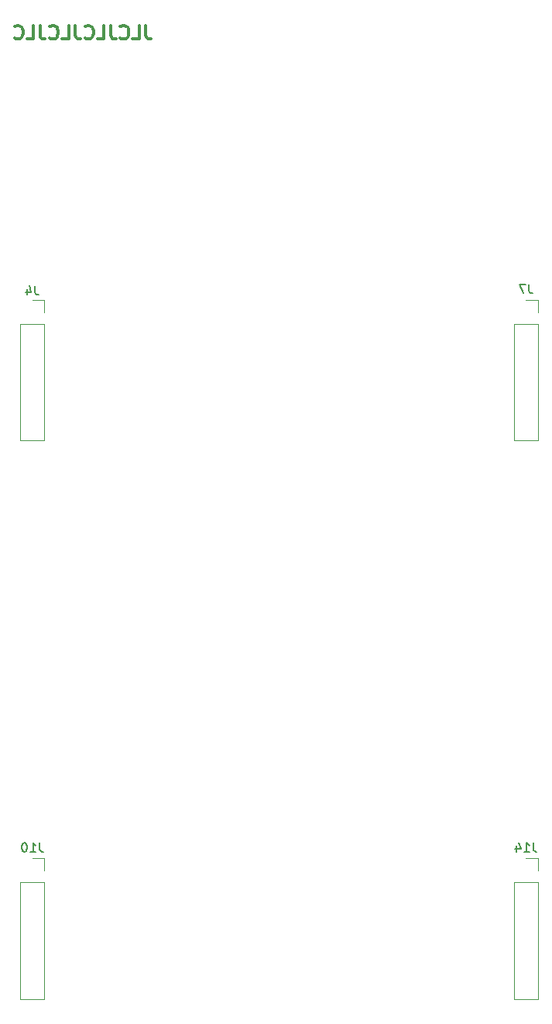
<source format=gbo>
G04 #@! TF.GenerationSoftware,KiCad,Pcbnew,9.0.4-9.0.4-0~ubuntu22.04.1*
G04 #@! TF.CreationDate,2025-10-28T22:45:50+00:00*
G04 #@! TF.ProjectId,MS20-VCF,4d533230-2d56-4434-962e-6b696361645f,rev?*
G04 #@! TF.SameCoordinates,Original*
G04 #@! TF.FileFunction,Legend,Bot*
G04 #@! TF.FilePolarity,Positive*
%FSLAX46Y46*%
G04 Gerber Fmt 4.6, Leading zero omitted, Abs format (unit mm)*
G04 Created by KiCad (PCBNEW 9.0.4-9.0.4-0~ubuntu22.04.1) date 2025-10-28 22:45:50*
%MOMM*%
%LPD*%
G01*
G04 APERTURE LIST*
%ADD10C,0.300000*%
%ADD11C,0.150000*%
%ADD12C,0.120000*%
%ADD13C,4.000000*%
%ADD14C,1.800000*%
%ADD15C,1.600000*%
%ADD16O,1.600000X1.600000*%
%ADD17O,3.700000X2.400000*%
%ADD18R,1.930000X1.830000*%
%ADD19C,2.130000*%
%ADD20R,1.700000X1.700000*%
%ADD21O,1.700000X1.700000*%
G04 APERTURE END LIST*
D10*
X110428571Y-37678328D02*
X110428571Y-38749757D01*
X110428571Y-38749757D02*
X110500000Y-38964042D01*
X110500000Y-38964042D02*
X110642857Y-39106900D01*
X110642857Y-39106900D02*
X110857143Y-39178328D01*
X110857143Y-39178328D02*
X111000000Y-39178328D01*
X109000000Y-39178328D02*
X109714286Y-39178328D01*
X109714286Y-39178328D02*
X109714286Y-37678328D01*
X107642857Y-39035471D02*
X107714285Y-39106900D01*
X107714285Y-39106900D02*
X107928571Y-39178328D01*
X107928571Y-39178328D02*
X108071428Y-39178328D01*
X108071428Y-39178328D02*
X108285714Y-39106900D01*
X108285714Y-39106900D02*
X108428571Y-38964042D01*
X108428571Y-38964042D02*
X108500000Y-38821185D01*
X108500000Y-38821185D02*
X108571428Y-38535471D01*
X108571428Y-38535471D02*
X108571428Y-38321185D01*
X108571428Y-38321185D02*
X108500000Y-38035471D01*
X108500000Y-38035471D02*
X108428571Y-37892614D01*
X108428571Y-37892614D02*
X108285714Y-37749757D01*
X108285714Y-37749757D02*
X108071428Y-37678328D01*
X108071428Y-37678328D02*
X107928571Y-37678328D01*
X107928571Y-37678328D02*
X107714285Y-37749757D01*
X107714285Y-37749757D02*
X107642857Y-37821185D01*
X106571428Y-37678328D02*
X106571428Y-38749757D01*
X106571428Y-38749757D02*
X106642857Y-38964042D01*
X106642857Y-38964042D02*
X106785714Y-39106900D01*
X106785714Y-39106900D02*
X107000000Y-39178328D01*
X107000000Y-39178328D02*
X107142857Y-39178328D01*
X105142857Y-39178328D02*
X105857143Y-39178328D01*
X105857143Y-39178328D02*
X105857143Y-37678328D01*
X103785714Y-39035471D02*
X103857142Y-39106900D01*
X103857142Y-39106900D02*
X104071428Y-39178328D01*
X104071428Y-39178328D02*
X104214285Y-39178328D01*
X104214285Y-39178328D02*
X104428571Y-39106900D01*
X104428571Y-39106900D02*
X104571428Y-38964042D01*
X104571428Y-38964042D02*
X104642857Y-38821185D01*
X104642857Y-38821185D02*
X104714285Y-38535471D01*
X104714285Y-38535471D02*
X104714285Y-38321185D01*
X104714285Y-38321185D02*
X104642857Y-38035471D01*
X104642857Y-38035471D02*
X104571428Y-37892614D01*
X104571428Y-37892614D02*
X104428571Y-37749757D01*
X104428571Y-37749757D02*
X104214285Y-37678328D01*
X104214285Y-37678328D02*
X104071428Y-37678328D01*
X104071428Y-37678328D02*
X103857142Y-37749757D01*
X103857142Y-37749757D02*
X103785714Y-37821185D01*
X102714285Y-37678328D02*
X102714285Y-38749757D01*
X102714285Y-38749757D02*
X102785714Y-38964042D01*
X102785714Y-38964042D02*
X102928571Y-39106900D01*
X102928571Y-39106900D02*
X103142857Y-39178328D01*
X103142857Y-39178328D02*
X103285714Y-39178328D01*
X101285714Y-39178328D02*
X102000000Y-39178328D01*
X102000000Y-39178328D02*
X102000000Y-37678328D01*
X99928571Y-39035471D02*
X99999999Y-39106900D01*
X99999999Y-39106900D02*
X100214285Y-39178328D01*
X100214285Y-39178328D02*
X100357142Y-39178328D01*
X100357142Y-39178328D02*
X100571428Y-39106900D01*
X100571428Y-39106900D02*
X100714285Y-38964042D01*
X100714285Y-38964042D02*
X100785714Y-38821185D01*
X100785714Y-38821185D02*
X100857142Y-38535471D01*
X100857142Y-38535471D02*
X100857142Y-38321185D01*
X100857142Y-38321185D02*
X100785714Y-38035471D01*
X100785714Y-38035471D02*
X100714285Y-37892614D01*
X100714285Y-37892614D02*
X100571428Y-37749757D01*
X100571428Y-37749757D02*
X100357142Y-37678328D01*
X100357142Y-37678328D02*
X100214285Y-37678328D01*
X100214285Y-37678328D02*
X99999999Y-37749757D01*
X99999999Y-37749757D02*
X99928571Y-37821185D01*
X98857142Y-37678328D02*
X98857142Y-38749757D01*
X98857142Y-38749757D02*
X98928571Y-38964042D01*
X98928571Y-38964042D02*
X99071428Y-39106900D01*
X99071428Y-39106900D02*
X99285714Y-39178328D01*
X99285714Y-39178328D02*
X99428571Y-39178328D01*
X97428571Y-39178328D02*
X98142857Y-39178328D01*
X98142857Y-39178328D02*
X98142857Y-37678328D01*
X96071428Y-39035471D02*
X96142856Y-39106900D01*
X96142856Y-39106900D02*
X96357142Y-39178328D01*
X96357142Y-39178328D02*
X96499999Y-39178328D01*
X96499999Y-39178328D02*
X96714285Y-39106900D01*
X96714285Y-39106900D02*
X96857142Y-38964042D01*
X96857142Y-38964042D02*
X96928571Y-38821185D01*
X96928571Y-38821185D02*
X96999999Y-38535471D01*
X96999999Y-38535471D02*
X96999999Y-38321185D01*
X96999999Y-38321185D02*
X96928571Y-38035471D01*
X96928571Y-38035471D02*
X96857142Y-37892614D01*
X96857142Y-37892614D02*
X96714285Y-37749757D01*
X96714285Y-37749757D02*
X96499999Y-37678328D01*
X96499999Y-37678328D02*
X96357142Y-37678328D01*
X96357142Y-37678328D02*
X96142856Y-37749757D01*
X96142856Y-37749757D02*
X96071428Y-37821185D01*
D11*
X98333333Y-66124819D02*
X98333333Y-66839104D01*
X98333333Y-66839104D02*
X98380952Y-66981961D01*
X98380952Y-66981961D02*
X98476190Y-67077200D01*
X98476190Y-67077200D02*
X98619047Y-67124819D01*
X98619047Y-67124819D02*
X98714285Y-67124819D01*
X97428571Y-66458152D02*
X97428571Y-67124819D01*
X97666666Y-66077200D02*
X97904761Y-66791485D01*
X97904761Y-66791485D02*
X97285714Y-66791485D01*
X152333333Y-65954819D02*
X152333333Y-66669104D01*
X152333333Y-66669104D02*
X152380952Y-66811961D01*
X152380952Y-66811961D02*
X152476190Y-66907200D01*
X152476190Y-66907200D02*
X152619047Y-66954819D01*
X152619047Y-66954819D02*
X152714285Y-66954819D01*
X151952380Y-65954819D02*
X151285714Y-65954819D01*
X151285714Y-65954819D02*
X151714285Y-66954819D01*
X98809523Y-126954819D02*
X98809523Y-127669104D01*
X98809523Y-127669104D02*
X98857142Y-127811961D01*
X98857142Y-127811961D02*
X98952380Y-127907200D01*
X98952380Y-127907200D02*
X99095237Y-127954819D01*
X99095237Y-127954819D02*
X99190475Y-127954819D01*
X97809523Y-127954819D02*
X98380951Y-127954819D01*
X98095237Y-127954819D02*
X98095237Y-126954819D01*
X98095237Y-126954819D02*
X98190475Y-127097676D01*
X98190475Y-127097676D02*
X98285713Y-127192914D01*
X98285713Y-127192914D02*
X98380951Y-127240533D01*
X97190475Y-126954819D02*
X97095237Y-126954819D01*
X97095237Y-126954819D02*
X96999999Y-127002438D01*
X96999999Y-127002438D02*
X96952380Y-127050057D01*
X96952380Y-127050057D02*
X96904761Y-127145295D01*
X96904761Y-127145295D02*
X96857142Y-127335771D01*
X96857142Y-127335771D02*
X96857142Y-127573866D01*
X96857142Y-127573866D02*
X96904761Y-127764342D01*
X96904761Y-127764342D02*
X96952380Y-127859580D01*
X96952380Y-127859580D02*
X96999999Y-127907200D01*
X96999999Y-127907200D02*
X97095237Y-127954819D01*
X97095237Y-127954819D02*
X97190475Y-127954819D01*
X97190475Y-127954819D02*
X97285713Y-127907200D01*
X97285713Y-127907200D02*
X97333332Y-127859580D01*
X97333332Y-127859580D02*
X97380951Y-127764342D01*
X97380951Y-127764342D02*
X97428570Y-127573866D01*
X97428570Y-127573866D02*
X97428570Y-127335771D01*
X97428570Y-127335771D02*
X97380951Y-127145295D01*
X97380951Y-127145295D02*
X97333332Y-127050057D01*
X97333332Y-127050057D02*
X97285713Y-127002438D01*
X97285713Y-127002438D02*
X97190475Y-126954819D01*
X152809523Y-126954819D02*
X152809523Y-127669104D01*
X152809523Y-127669104D02*
X152857142Y-127811961D01*
X152857142Y-127811961D02*
X152952380Y-127907200D01*
X152952380Y-127907200D02*
X153095237Y-127954819D01*
X153095237Y-127954819D02*
X153190475Y-127954819D01*
X151809523Y-127954819D02*
X152380951Y-127954819D01*
X152095237Y-127954819D02*
X152095237Y-126954819D01*
X152095237Y-126954819D02*
X152190475Y-127097676D01*
X152190475Y-127097676D02*
X152285713Y-127192914D01*
X152285713Y-127192914D02*
X152380951Y-127240533D01*
X150952380Y-127288152D02*
X150952380Y-127954819D01*
X151190475Y-126907200D02*
X151428570Y-127621485D01*
X151428570Y-127621485D02*
X150809523Y-127621485D01*
D12*
X96670000Y-70270000D02*
X96670000Y-83030000D01*
X99330000Y-67670000D02*
X98000000Y-67670000D01*
X99330000Y-69000000D02*
X99330000Y-67670000D01*
X99330000Y-70270000D02*
X96670000Y-70270000D01*
X99330000Y-70270000D02*
X99330000Y-83030000D01*
X99330000Y-83030000D02*
X96670000Y-83030000D01*
X150670000Y-70270000D02*
X150670000Y-83030000D01*
X153330000Y-67670000D02*
X152000000Y-67670000D01*
X153330000Y-69000000D02*
X153330000Y-67670000D01*
X153330000Y-70270000D02*
X150670000Y-70270000D01*
X153330000Y-70270000D02*
X153330000Y-83030000D01*
X153330000Y-83030000D02*
X150670000Y-83030000D01*
X96670000Y-131270000D02*
X96670000Y-144030000D01*
X99330000Y-128670000D02*
X98000000Y-128670000D01*
X99330000Y-130000000D02*
X99330000Y-128670000D01*
X99330000Y-131270000D02*
X96670000Y-131270000D01*
X99330000Y-131270000D02*
X99330000Y-144030000D01*
X99330000Y-144030000D02*
X96670000Y-144030000D01*
X150670000Y-131270000D02*
X150670000Y-144030000D01*
X153330000Y-128670000D02*
X152000000Y-128670000D01*
X153330000Y-130000000D02*
X153330000Y-128670000D01*
X153330000Y-131270000D02*
X150670000Y-131270000D01*
X153330000Y-131270000D02*
X153330000Y-144030000D01*
X153330000Y-144030000D02*
X150670000Y-144030000D01*
%LPC*%
D13*
X101600000Y-64050000D03*
X110400000Y-64050000D03*
D14*
X103500000Y-71050000D03*
X106000000Y-71050000D03*
X108500000Y-71050000D03*
D13*
X120600000Y-42750000D03*
X129400000Y-42750000D03*
D14*
X122500000Y-49750000D03*
X125000000Y-49750000D03*
X127500000Y-49750000D03*
D15*
X104000000Y-84080000D03*
D16*
X104000000Y-73920000D03*
D15*
X99920000Y-55000000D03*
D16*
X110080000Y-55000000D03*
D15*
X142520000Y-54800000D03*
D16*
X152680000Y-54800000D03*
D15*
X152680000Y-50800000D03*
D16*
X142520000Y-50800000D03*
D15*
X107500000Y-73920000D03*
D16*
X107500000Y-84080000D03*
D15*
X115180000Y-89000000D03*
D16*
X105020000Y-89000000D03*
D15*
X105000000Y-144080000D03*
D16*
X105000000Y-133920000D03*
D15*
X108000000Y-144080000D03*
D16*
X108000000Y-133920000D03*
D13*
X139600000Y-64050000D03*
X148400000Y-64050000D03*
D14*
X141500000Y-71050000D03*
X144000000Y-71050000D03*
X146500000Y-71050000D03*
D17*
X122600000Y-60900000D03*
X122600000Y-65600000D03*
X122600000Y-70300000D03*
X127400000Y-60900000D03*
X127400000Y-65600000D03*
X127400000Y-70300000D03*
D15*
X103120000Y-111000000D03*
D16*
X113280000Y-111000000D03*
D15*
X147080000Y-111700000D03*
D16*
X136920000Y-111700000D03*
D15*
X136920000Y-107700000D03*
D16*
X147080000Y-107700000D03*
D15*
X103120000Y-114100000D03*
D16*
X113280000Y-114100000D03*
D17*
X122600000Y-120400000D03*
X122600000Y-125100000D03*
X122600000Y-129800000D03*
X127400000Y-120400000D03*
X127400000Y-125100000D03*
X127400000Y-129800000D03*
D13*
X139600000Y-123050000D03*
X148400000Y-123050000D03*
D14*
X141500000Y-130050000D03*
X144000000Y-130050000D03*
X146500000Y-130050000D03*
D13*
X101600000Y-123050000D03*
X110400000Y-123050000D03*
D14*
X103500000Y-130050000D03*
X106000000Y-130050000D03*
X108500000Y-130050000D03*
D13*
X120600000Y-103050000D03*
X129400000Y-103050000D03*
D14*
X122500000Y-110050000D03*
X125000000Y-110050000D03*
X127500000Y-110050000D03*
D18*
X125000000Y-133500000D03*
D19*
X125000000Y-144900000D03*
X125000000Y-136600000D03*
D18*
X115000000Y-133500000D03*
D19*
X115000000Y-144900000D03*
X115000000Y-136600000D03*
D18*
X125000000Y-74000000D03*
D19*
X125000000Y-85400000D03*
X125000000Y-77100000D03*
D18*
X135000000Y-133500000D03*
D19*
X135000000Y-144900000D03*
X135000000Y-136600000D03*
D18*
X135000000Y-74000000D03*
D19*
X135000000Y-85400000D03*
X135000000Y-77100000D03*
D18*
X115000000Y-74000000D03*
D19*
X115000000Y-85400000D03*
X115000000Y-77100000D03*
D20*
X98000000Y-69000000D03*
D21*
X98000000Y-71540000D03*
X98000000Y-74080000D03*
X98000000Y-76620000D03*
X98000000Y-79160000D03*
X98000000Y-81700000D03*
D20*
X152000000Y-69000000D03*
D21*
X152000000Y-71540000D03*
X152000000Y-74080000D03*
X152000000Y-76620000D03*
X152000000Y-79160000D03*
X152000000Y-81700000D03*
D20*
X98000000Y-130000000D03*
D21*
X98000000Y-132540000D03*
X98000000Y-135080000D03*
X98000000Y-137620000D03*
X98000000Y-140160000D03*
X98000000Y-142700000D03*
D20*
X152000000Y-130000000D03*
D21*
X152000000Y-132540000D03*
X152000000Y-135080000D03*
X152000000Y-137620000D03*
X152000000Y-140160000D03*
X152000000Y-142700000D03*
%LPD*%
M02*

</source>
